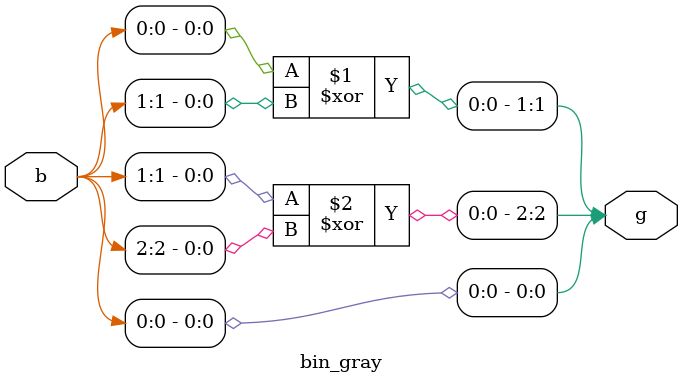
<source format=v>
module bin_gray(b,g);
input [2:0]b;
output [2:0]g;

assign g[0] = b[0];
assign g[1] = b[0]^b[1];
assign g[2] = b[1]^b[2];
endmodule





</source>
